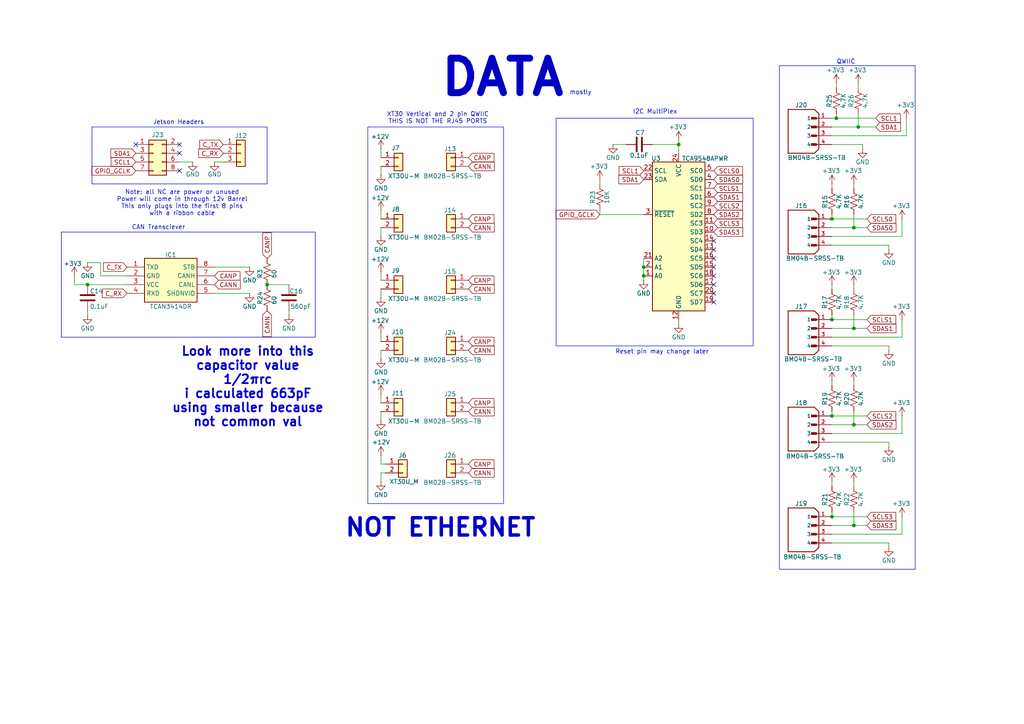
<source format=kicad_sch>
(kicad_sch (version 20231120) (generator "eeschema") (generator_version "8.0")
  (paper "A4")
  (title_block (title "Main Board 2024-2025") (rev "1.1") (company "GRR") (comment 1 "Currently WIP") (comment 2 "Please check CAN capacitor value"))
  (lib_symbols
    (symbol "Connector_Generic:Conn_01x02" (pin_names (offset 1.016) hide)
      (property "Reference" "J" (at 0 2.54 0))
      (property "Value" "Conn_01x02" (at 0 -5.08 0))
      (symbol "Conn_01x02_1_1"
        (rectangle (start -1.27 -2.413) (end 0 -2.667) (stroke (width 0.1524)))
        (rectangle (start -1.27 0.127) (end 0 -0.127) (stroke (width 0.1524)))
        (rectangle (start -1.27 1.27) (end 1.27 -3.81) (stroke (width 0.254)) (fill (type background)))
        (pin passive line (at -5.08 0 0) (length 3.81) (name "Pin_1") (number "1"))
        (pin passive line (at -5.08 -2.54 0) (length 3.81) (name "Pin_2") (number "2"))
      )
    )
    (symbol "Connector_Generic:Conn_01x03" (pin_names (offset 1.016) hide)
      (property "Reference" "J" (at 0 5.08 0))
      (property "Value" "Conn_01x03" (at 0 -5.08 0))
      (symbol "Conn_01x03_1_1"
        (rectangle (start -1.27 -2.413) (end 0 -2.667) (stroke (width 0.1524)))
        (rectangle (start -1.27 0.127) (end 0 -0.127) (stroke (width 0.1524)))
        (rectangle (start -1.27 2.667) (end 0 2.413) (stroke (width 0.1524)))
        (rectangle (start -1.27 3.81) (end 1.27 -3.81) (stroke (width 0.254)) (fill (type background)))
        (pin passive line (at -5.08 2.54 0) (length 3.81) (name "Pin_1") (number "1"))
        (pin passive line (at -5.08 0 0) (length 3.81) (name "Pin_2") (number "2"))
        (pin passive line (at -5.08 -2.54 0) (length 3.81) (name "Pin_3") (number "3"))
      )
    )
    (symbol "Connector_Generic:Conn_02x04_Odd_Even" (pin_names (offset 1.016) hide)
      (property "Reference" "J" (at 1.27 5.08 0))
      (property "Value" "Conn_02x04_Odd_Even" (at 1.27 -7.62 0))
      (symbol "Conn_02x04_Odd_Even_1_1"
        (rectangle (start -1.27 -4.953) (end 0 -5.207) (stroke (width 0.1524)))
        (rectangle (start -1.27 -2.413) (end 0 -2.667) (stroke (width 0.1524)))
        (rectangle (start -1.27 0.127) (end 0 -0.127) (stroke (width 0.1524)))
        (rectangle (start -1.27 2.667) (end 0 2.413) (stroke (width 0.1524)))
        (rectangle (start -1.27 3.81) (end 3.81 -6.35) (stroke (width 0.254)) (fill (type background)))
        (rectangle (start 3.81 -4.953) (end 2.54 -5.207) (stroke (width 0.1524)))
        (rectangle (start 3.81 -2.413) (end 2.54 -2.667) (stroke (width 0.1524)))
        (rectangle (start 3.81 0.127) (end 2.54 -0.127) (stroke (width 0.1524)))
        (rectangle (start 3.81 2.667) (end 2.54 2.413) (stroke (width 0.1524)))
        (pin passive line (at -5.08 2.54 0) (length 3.81) (name "Pin_1") (number "1"))
        (pin passive line (at 7.62 2.54 180) (length 3.81) (name "Pin_2") (number "2"))
        (pin passive line (at -5.08 0 0) (length 3.81) (name "Pin_3") (number "3"))
        (pin passive line (at 7.62 0 180) (length 3.81) (name "Pin_4") (number "4"))
        (pin passive line (at -5.08 -2.54 0) (length 3.81) (name "Pin_5") (number "5"))
        (pin passive line (at 7.62 -2.54 180) (length 3.81) (name "Pin_6") (number "6"))
        (pin passive line (at -5.08 -5.08 0) (length 3.81) (name "Pin_7") (number "7"))
        (pin passive line (at 7.62 -5.08 180) (length 3.81) (name "Pin_8") (number "8"))
      )
    )
    (symbol "Device:C" (pin_numbers hide) (pin_names (offset 0.254))
      (property "Reference" "C" (at 0.635 2.54 0))
      (property "Value" "C" (at 0.635 -2.54 0))
      (symbol "C_0_1"
        (polyline (pts (xy -2.032 -0.762) (xy 2.032 -0.762)) (stroke (width 0.508)))
        (polyline (pts (xy -2.032 0.762) (xy 2.032 0.762)) (stroke (width 0.508)))
      )
      (symbol "C_1_1"
        (pin passive line (at 0 3.81 270) (length 2.794) (name "~") (number "1"))
        (pin passive line (at 0 -3.81 90) (length 2.794) (name "~") (number "2"))
      )
    )
    (symbol "Device:R_US" (pin_numbers hide) (pin_names (offset 0))
      (property "Reference" "R" (at 2.54 0 90))
      (property "Value" "R_US" (at -2.54 0 90))
      (symbol "R_US_0_1"
        (polyline (pts (xy 0 -2.286) (xy 0 -2.54)))
        (polyline (pts (xy 0 2.286) (xy 0 2.54)))
        (polyline (pts (xy 0 -0.762) (xy 1.016 -1.143) (xy 0 -1.524) (xy -1.016 -1.905) (xy 0 -2.286)))
        (polyline (pts (xy 0 0.762) (xy 1.016 0.381) (xy 0 0) (xy -1.016 -0.381) (xy 0 -0.762)))
        (polyline (pts (xy 0 2.286) (xy 1.016 1.905) (xy 0 1.524) (xy -1.016 1.143) (xy 0 0.762)))
      )
      (symbol "R_US_1_1"
        (pin passive line (at 0 3.81 270) (length 1.27) (name "~") (number "1"))
        (pin passive line (at 0 -3.81 90) (length 1.27) (name "~") (number "2"))
      )
    )
    (symbol "Interface_Expansion:TCA9548APWR"
      (property "Reference" "U" (at -7.62 21.59 0))
      (property "Value" "TCA9548APWR" (at 1.016 21.59 0))
      (symbol "TCA9548APWR_0_1"
        (rectangle (start -7.62 20.32) (end 7.62 -22.86) (stroke (width 0.254)) (fill (type background)))
      )
      (symbol "TCA9548APWR_1_1"
        (pin input line (at -10.16 -12.7 0) (length 2.54) (name "A0") (number "1"))
        (pin bidirectional line (at 10.16 0 180) (length 2.54) (name "SD3") (number "10"))
        (pin output line (at 10.16 2.54 180) (length 2.54) (name "SC3") (number "11"))
        (pin power_in line (at 0 -25.4 90) (length 2.54) (name "GND") (number "12"))
        (pin bidirectional line (at 10.16 -5.08 180) (length 2.54) (name "SD4") (number "13"))
        (pin output line (at 10.16 -2.54 180) (length 2.54) (name "SC4") (number "14"))
        (pin bidirectional line (at 10.16 -10.16 180) (length 2.54) (name "SD5") (number "15"))
        (pin output line (at 10.16 -7.62 180) (length 2.54) (name "SC5") (number "16"))
        (pin bidirectional line (at 10.16 -15.24 180) (length 2.54) (name "SD6") (number "17"))
        (pin output line (at 10.16 -12.7 180) (length 2.54) (name "SC6") (number "18"))
        (pin bidirectional line (at 10.16 -20.32 180) (length 2.54) (name "SD7") (number "19"))
        (pin input line (at -10.16 -10.16 0) (length 2.54) (name "A1") (number "2"))
        (pin output line (at 10.16 -17.78 180) (length 2.54) (name "SC7") (number "20"))
        (pin input line (at -10.16 -7.62 0) (length 2.54) (name "A2") (number "21"))
        (pin input line (at -10.16 17.78 0) (length 2.54) (name "SCL") (number "22"))
        (pin bidirectional line (at -10.16 15.24 0) (length 2.54) (name "SDA") (number "23"))
        (pin power_in line (at 0 22.86 270) (length 2.54) (name "VCC") (number "24"))
        (pin input line (at -10.16 5.08 0) (length 2.54) (name "~{RESET}") (number "3"))
        (pin bidirectional line (at 10.16 15.24 180) (length 2.54) (name "SD0") (number "4"))
        (pin output line (at 10.16 17.78 180) (length 2.54) (name "SC0") (number "5"))
        (pin bidirectional line (at 10.16 10.16 180) (length 2.54) (name "SD1") (number "6"))
        (pin output line (at 10.16 12.7 180) (length 2.54) (name "SC1") (number "7"))
        (pin bidirectional line (at 10.16 5.08 180) (length 2.54) (name "SD2") (number "8"))
        (pin output line (at 10.16 7.62 180) (length 2.54) (name "SC2") (number "9"))
      )
    )
    (symbol "QWIIC:PRT-14417" (pin_names (offset 1.016))
      (property "Reference" "J" (at -2.54 8.382 0))
      (property "Value" "PRT-14417" (at -2.54 -7.62 0))
      (symbol "PRT-14417_0_0"
        (rectangle (start -3.175 -2.8575) (end -1.5875 -2.2225) (stroke (width 0.1)) (fill (type outline)))
        (rectangle (start -3.175 -0.3175) (end -1.5875 0.3175) (stroke (width 0.1)) (fill (type outline)))
        (rectangle (start -3.175 2.2225) (end -1.5875 2.8575) (stroke (width 0.1)) (fill (type outline)))
        (rectangle (start -3.175 4.7625) (end -1.5875 5.3975) (stroke (width 0.1)) (fill (type outline)))
        (polyline (pts (xy -3.81 -3.81) (xy -2.54 -5.08)) (stroke (width 0.254)))
        (polyline (pts (xy -3.81 6.35) (xy -3.81 -3.81)) (stroke (width 0.254)))
        (polyline (pts (xy -3.81 6.35) (xy -2.54 7.62)) (stroke (width 0.254)))
        (polyline (pts (xy -2.54 -5.08) (xy 5.08 -5.08)) (stroke (width 0.254)))
        (polyline (pts (xy 5.08 -5.08) (xy 5.08 7.62)) (stroke (width 0.254)))
        (polyline (pts (xy 5.08 7.62) (xy -2.54 7.62)) (stroke (width 0.254)))
        (pin passive line (at -7.62 5.08 0) (length 5.08) (name "1") (number "1"))
        (pin passive line (at -7.62 2.54 0) (length 5.08) (name "2") (number "2"))
        (pin passive line (at -7.62 0 0) (length 5.08) (name "3") (number "3"))
        (pin passive line (at -7.62 -2.54 0) (length 5.08) (name "4") (number "4"))
      )
    )
    (symbol "TCAN3414DR:TCAN3414DR"
      (property "Reference" "IC1" (at 12.7 6.35 0))
      (property "Value" "TCAN3414DR" (at 12.7 3.81 0))
      (symbol "TCAN3414DR_1_1"
        (rectangle (start 5.08 2.54) (end 20.32 -10.16) (stroke (width 0.254)) (fill (type background)))
        (pin passive line (at 0 0 0) (length 5.08) (name "TXD") (number "1"))
        (pin passive line (at 0 -2.54 0) (length 5.08) (name "GND") (number "2"))
        (pin passive line (at 0 -5.08 0) (length 5.08) (name "VCC") (number "3"))
        (pin passive line (at 0 -7.62 0) (length 5.08) (name "RXD") (number "4"))
        (pin passive line (at 25.4 -7.62 180) (length 5.08) (name "SHDNVIO") (number "5"))
        (pin passive line (at 25.4 -5.08 180) (length 5.08) (name "CANL") (number "6"))
        (pin passive line (at 25.4 -2.54 180) (length 5.08) (name "CANH") (number "7"))
        (pin passive line (at 25.4 0 180) (length 5.08) (name "STB") (number "8"))
      )
    )
    (symbol "power:+12V" (power) (pin_numbers hide) (pin_names (offset 0) hide)
      (property "Value" "+12V" (at 0 3.556 0))
      (symbol "+12V_0_1"
        (polyline (pts (xy -0.762 1.27) (xy 0 2.54)))
        (polyline (pts (xy 0 0) (xy 0 2.54)))
        (polyline (pts (xy 0 2.54) (xy 0.762 1.27)))
      )
      (symbol "+12V_1_1"
        (pin power_in line (at 0 0 90) (length 0) (name "~") (number "1"))
      )
    )
    (symbol "power:+3V3" (power) (pin_numbers hide) (pin_names (offset 0) hide)
      (property "Value" "+3V3" (at 0 3.556 0))
      (symbol "+3V3_0_1"
        (polyline (pts (xy -0.762 1.27) (xy 0 2.54)))
        (polyline (pts (xy 0 0) (xy 0 2.54)))
        (polyline (pts (xy 0 2.54) (xy 0.762 1.27)))
      )
      (symbol "+3V3_1_1"
        (pin power_in line (at 0 0 90) (length 0) (name "~") (number "1"))
      )
    )
    (symbol "power:GND" (power) (pin_numbers hide) (pin_names (offset 0) hide)
      (property "Value" "GND" (at 0 -3.81 0))
      (symbol "GND_0_1"
        (polyline (pts (xy 0 0) (xy 0 -1.27) (xy 1.27 -1.27) (xy 0 -2.54) (xy -1.27 -1.27) (xy 0 -1.27)))
      )
      (symbol "GND_1_1"
        (pin power_in line (at 0 0 270) (length 0) (name "~") (number "1"))
      )
    )
  )
  (junction (at 186.69 77.47))
  (junction (at 247.65 123.19))
  (junction (at 25.4 82.55))
  (junction (at 186.69 80.01))
  (junction (at 248.92 36.83))
  (junction (at 241.3 92.71))
  (junction (at 77.47 82.55))
  (junction (at 247.65 66.04))
  (junction (at 242.57 34.29))
  (junction (at 196.85 41.91))
  (junction (at 241.3 120.65))
  (junction (at 241.3 149.86))
  (junction (at 247.65 95.25))
  (junction (at 247.65 152.4))
  (junction (at 241.3 63.5))
  (no_connect (at 52.07 49.53))
  (no_connect (at 39.37 41.91))
  (no_connect (at 207.01 82.55))
  (no_connect (at 207.01 74.93))
  (no_connect (at 52.07 44.45))
  (no_connect (at 207.01 77.47))
  (no_connect (at 207.01 87.63))
  (no_connect (at 207.01 80.01))
  (no_connect (at 52.07 41.91))
  (no_connect (at 207.01 69.85))
  (no_connect (at 207.01 85.09))
  (no_connect (at 207.01 72.39))
  (wire (pts (xy 110.49 96.52) (xy 110.49 99.06)))
  (wire (pts (xy 242.57 33.02) (xy 242.57 34.29)))
  (wire (pts (xy 261.62 68.58) (xy 241.3 68.58)))
  (wire (pts (xy 247.65 139.7) (xy 247.65 140.97)))
  (wire (pts (xy 242.57 24.13) (xy 242.57 25.4)))
  (wire (pts (xy 186.69 77.47) (xy 186.69 80.01)))
  (wire (pts (xy 173.99 62.23) (xy 186.69 62.23)))
  (wire (pts (xy 110.49 60.96) (xy 110.49 63.5)))
  (wire (pts (xy 21.59 80.01) (xy 21.59 82.55)))
  (wire (pts (xy 241.3 148.59) (xy 241.3 149.86)))
  (wire (pts (xy 248.92 24.13) (xy 248.92 25.4)))
  (wire (pts (xy 257.81 72.39) (xy 257.81 71.12)))
  (wire (pts (xy 261.62 154.94) (xy 241.3 154.94)))
  (wire (pts (xy 262.89 34.29) (xy 262.89 39.37)))
  (wire (pts (xy 173.99 52.07) (xy 173.99 53.34)))
  (wire (pts (xy 62.23 46.99) (xy 64.77 46.99)))
  (wire (pts (xy 247.65 91.44) (xy 247.65 95.25)))
  (wire (pts (xy 241.3 53.34) (xy 241.3 54.61)))
  (wire (pts (xy 247.65 53.34) (xy 247.65 54.61)))
  (wire (pts (xy 241.3 119.38) (xy 241.3 120.65)))
  (wire (pts (xy 247.65 66.04) (xy 241.3 66.04)))
  (wire (pts (xy 261.62 125.73) (xy 241.3 125.73)))
  (wire (pts (xy 248.92 33.02) (xy 248.92 36.83)))
  (wire (pts (xy 110.49 114.3) (xy 110.49 116.84)))
  (wire (pts (xy 257.81 71.12) (xy 241.3 71.12)))
  (wire (pts (xy 251.46 152.4) (xy 247.65 152.4)))
  (wire (pts (xy 241.3 62.23) (xy 241.3 63.5)))
  (wire (pts (xy 55.88 46.99) (xy 52.07 46.99)))
  (wire (pts (xy 110.49 104.14) (xy 110.49 101.6)))
  (wire (pts (xy 25.4 82.55) (xy 36.83 82.55)))
  (wire (pts (xy 241.3 110.49) (xy 241.3 111.76)))
  (wire (pts (xy 247.65 148.59) (xy 247.65 152.4)))
  (wire (pts (xy 251.46 63.5) (xy 241.3 63.5)))
  (wire (pts (xy 257.81 129.54) (xy 257.81 128.27)))
  (wire (pts (xy 110.49 68.58) (xy 110.49 66.04)))
  (wire (pts (xy 242.57 34.29) (xy 241.3 34.29)))
  (wire (pts (xy 186.69 80.01) (xy 186.69 81.28)))
  (wire (pts (xy 241.3 39.37) (xy 262.89 39.37)))
  (wire (pts (xy 251.46 149.86) (xy 241.3 149.86)))
  (wire (pts (xy 110.49 132.08) (xy 110.49 134.62)))
  (wire (pts (xy 254 36.83) (xy 248.92 36.83)))
  (wire (pts (xy 251.46 120.65) (xy 241.3 120.65)))
  (wire (pts (xy 25.4 76.2) (xy 29.21 76.2)))
  (wire (pts (xy 250.19 41.91) (xy 241.3 41.91)))
  (wire (pts (xy 254 34.29) (xy 242.57 34.29)))
  (wire (pts (xy 261.62 149.86) (xy 261.62 154.94)))
  (wire (pts (xy 247.65 95.25) (xy 241.3 95.25)))
  (wire (pts (xy 257.81 100.33) (xy 241.3 100.33)))
  (wire (pts (xy 110.49 137.16) (xy 111.76 137.16)))
  (wire (pts (xy 251.46 95.25) (xy 247.65 95.25)))
  (wire (pts (xy 72.39 77.47) (xy 62.23 77.47)))
  (wire (pts (xy 247.65 62.23) (xy 247.65 66.04)))
  (wire (pts (xy 186.69 74.93) (xy 186.69 77.47)))
  (wire (pts (xy 257.81 157.48) (xy 241.3 157.48)))
  (wire (pts (xy 83.82 91.44) (xy 83.82 90.17)))
  (wire (pts (xy 241.3 82.55) (xy 241.3 83.82)))
  (wire (pts (xy 261.62 120.65) (xy 261.62 125.73)))
  (wire (pts (xy 72.39 85.09) (xy 62.23 85.09)))
  (wire (pts (xy 110.49 121.92) (xy 110.49 119.38)))
  (wire (pts (xy 261.62 92.71) (xy 261.62 97.79)))
  (wire (pts (xy 247.65 152.4) (xy 241.3 152.4)))
  (wire (pts (xy 247.65 110.49) (xy 247.65 111.76)))
  (wire (pts (xy 77.47 82.55) (xy 83.82 82.55)))
  (wire (pts (xy 110.49 50.8) (xy 110.49 48.26)))
  (wire (pts (xy 247.65 123.19) (xy 241.3 123.19)))
  (wire (pts (xy 257.81 128.27) (xy 241.3 128.27)))
  (wire (pts (xy 110.49 43.18) (xy 110.49 45.72)))
  (wire (pts (xy 241.3 139.7) (xy 241.3 140.97)))
  (wire (pts (xy 257.81 158.75) (xy 257.81 157.48)))
  (wire (pts (xy 257.81 101.6) (xy 257.81 100.33)))
  (wire (pts (xy 251.46 123.19) (xy 247.65 123.19)))
  (wire (pts (xy 110.49 86.36) (xy 110.49 83.82)))
  (wire (pts (xy 189.23 41.91) (xy 196.85 41.91)))
  (wire (pts (xy 261.62 63.5) (xy 261.62 68.58)))
  (wire (pts (xy 248.92 36.83) (xy 241.3 36.83)))
  (wire (pts (xy 21.59 82.55) (xy 25.4 82.55)))
  (wire (pts (xy 261.62 97.79) (xy 241.3 97.79)))
  (wire (pts (xy 196.85 93.98) (xy 196.85 92.71)))
  (wire (pts (xy 196.85 41.91) (xy 196.85 44.45)))
  (wire (pts (xy 110.49 78.74) (xy 110.49 81.28)))
  (wire (pts (xy 241.3 91.44) (xy 241.3 92.71)))
  (wire (pts (xy 110.49 139.7) (xy 110.49 137.16)))
  (wire (pts (xy 247.65 82.55) (xy 247.65 83.82)))
  (wire (pts (xy 177.8 41.91) (xy 181.61 41.91)))
  (wire (pts (xy 29.21 76.2) (xy 29.21 80.01)))
  (wire (pts (xy 251.46 66.04) (xy 247.65 66.04)))
  (wire (pts (xy 110.49 134.62) (xy 111.76 134.62)))
  (wire (pts (xy 250.19 43.18) (xy 250.19 41.91)))
  (wire (pts (xy 173.99 60.96) (xy 173.99 62.23)))
  (wire (pts (xy 251.46 92.71) (xy 241.3 92.71)))
  (wire (pts (xy 29.21 80.01) (xy 36.83 80.01)))
  (wire (pts (xy 247.65 119.38) (xy 247.65 123.19)))
  (wire (pts (xy 196.85 40.64) (xy 196.85 41.91)))
  (wire (pts (xy 25.4 91.44) (xy 25.4 90.17)))
  (rectangle (start 17.78 67.31) (end 91.44 97.79))
  (rectangle (start 226.06 19.05) (end 265.43 165.1))
  (rectangle (start 26.67 36.83) (end 77.47 53.34))
  (rectangle (start 106.68 36.83) (end 146.05 146.05))
  (rectangle (start 161.29 34.29) (end 218.44 100.33))
  (text "Look more into this\ncapacitor value\n1/2πrc\ni calculated 663pF\nusing smaller because\nnot common val" (at 71.882 112.268 0) (effects (font (size 2.54 2.54) (thickness 0.508) (bold yes))))
  (text "mostly" (at 168.402 26.924 0) (effects (font (size 1.27 1.27))))
  (text "Note: all NC are power or unused\nPower will come in through 12v Barrel\nThis only plugs into the first 8 pins\nwith a ribbon cable" (at 52.832 58.928 0) (effects (font (size 1.27 1.27))))
  (text "CAN Transciever" (at 45.974 66.04 0) (effects (font (size 1.27 1.27))))
  (text "Jetson Headers" (at 51.816 35.56 0) (effects (font (size 1.27 1.27))))
  (text "XT30 Vertical and 2 pin QWIIC\nTHIS IS NOT THE RJ45 PORTS" (at 127 34.29 0) (effects (font (size 1.27 1.27))))
  (text "DATA" (at 145.796 22.606 0) (effects (font (size 10 10) (thickness 2) (bold yes))))
  (text "I2C MultiPlex" (at 189.992 32.512 0) (effects (font (size 1.27 1.27))))
  (text "NOT ETHERNET" (at 127.762 153.162 0) (effects (font (size 5 5) (thickness 1) (bold yes))))
  (text "QWIIC" (at 245.364 18.034 0) (effects (font (size 1.27 1.27))))
  (text "Reset pin may change later" (at 192.024 102.108 0) (effects (font (size 1.27 1.27))))
  (global_label "CANP" (shape input) (at 135.89 81.28 0) (property "Intersheetrefs" "${INTERSHEET_REFS}" (effects (hide yes))))
  (global_label "SCLS3" (shape input) (at 251.46 149.86 0) (property "Intersheetrefs" "${INTERSHEET_REFS}" (effects (hide yes))))
  (global_label "SCL1" (shape input) (at 186.69 49.53 180) (property "Intersheetrefs" "${INTERSHEET_REFS}" (effects (hide yes))))
  (global_label "SCLS2" (shape input) (at 251.46 120.65 0) (property "Intersheetrefs" "${INTERSHEET_REFS}" (effects (hide yes))))
  (global_label "SCL1" (shape input) (at 254 34.29 0) (property "Intersheetrefs" "${INTERSHEET_REFS}" (effects (hide yes))))
  (global_label "CANP" (shape input) (at 62.23 80.01 0) (property "Intersheetrefs" "${INTERSHEET_REFS}" (effects (hide yes))))
  (global_label "SDAS2" (shape input) (at 207.01 62.23 0) (property "Intersheetrefs" "${INTERSHEET_REFS}" (effects (hide yes))))
  (global_label "CANP" (shape input) (at 135.89 45.72 0) (property "Intersheetrefs" "${INTERSHEET_REFS}" (effects (hide yes))))
  (global_label "CANP" (shape input) (at 135.89 116.84 0) (property "Intersheetrefs" "${INTERSHEET_REFS}" (effects (hide yes))))
  (global_label "C_TX" (shape input) (at 36.83 77.47 180) (property "Intersheetrefs" "${INTERSHEET_REFS}" (effects (hide yes))))
  (global_label "CANN" (shape input) (at 135.89 119.38 0) (property "Intersheetrefs" "${INTERSHEET_REFS}" (effects (hide yes))))
  (global_label "SCLS1" (shape input) (at 207.01 54.61 0) (property "Intersheetrefs" "${INTERSHEET_REFS}" (effects (hide yes))))
  (global_label "CANN" (shape input) (at 77.47 90.17 270) (property "Intersheetrefs" "${INTERSHEET_REFS}" (effects (hide yes))))
  (global_label "SCLS0" (shape input) (at 207.01 49.53 0) (property "Intersheetrefs" "${INTERSHEET_REFS}" (effects (hide yes))))
  (global_label "SCLS1" (shape input) (at 251.46 92.71 0) (property "Intersheetrefs" "${INTERSHEET_REFS}" (effects (hide yes))))
  (global_label "CANN" (shape input) (at 135.89 48.26 0) (property "Intersheetrefs" "${INTERSHEET_REFS}" (effects (hide yes))))
  (global_label "SCLS0" (shape input) (at 251.46 63.5 0) (property "Intersheetrefs" "${INTERSHEET_REFS}" (effects (hide yes))))
  (global_label "SDAS1" (shape input) (at 251.46 95.25 0) (property "Intersheetrefs" "${INTERSHEET_REFS}" (effects (hide yes))))
  (global_label "CANN" (shape input) (at 135.89 66.04 0) (property "Intersheetrefs" "${INTERSHEET_REFS}" (effects (hide yes))))
  (global_label "SDA1" (shape input) (at 39.37 44.45 180) (property "Intersheetrefs" "${INTERSHEET_REFS}" (effects (hide yes))))
  (global_label "CANN" (shape input) (at 62.23 82.55 0) (property "Intersheetrefs" "${INTERSHEET_REFS}" (effects (hide yes))))
  (global_label "CANP" (shape input) (at 135.89 99.06 0) (property "Intersheetrefs" "${INTERSHEET_REFS}" (effects (hide yes))))
  (global_label "CANN" (shape input) (at 135.89 101.6 0) (property "Intersheetrefs" "${INTERSHEET_REFS}" (effects (hide yes))))
  (global_label "SCLS3" (shape input) (at 207.01 64.77 0) (property "Intersheetrefs" "${INTERSHEET_REFS}" (effects (hide yes))))
  (global_label "GPIO_GCLK" (shape input) (at 173.99 62.23 180) (property "Intersheetrefs" "${INTERSHEET_REFS}" (effects (hide yes))))
  (global_label "SDAS0" (shape input) (at 207.01 52.07 0) (property "Intersheetrefs" "${INTERSHEET_REFS}" (effects (hide yes))))
  (global_label "C_RX" (shape input) (at 64.77 44.45 180) (property "Intersheetrefs" "${INTERSHEET_REFS}" (effects (hide yes))))
  (global_label "SDAS3" (shape input) (at 207.01 67.31 0) (property "Intersheetrefs" "${INTERSHEET_REFS}" (effects (hide yes))))
  (global_label "GPIO_GCLK" (shape input) (at 39.37 49.53 180) (property "Intersheetrefs" "${INTERSHEET_REFS}" (effects (hide yes))))
  (global_label "SDA1" (shape input) (at 186.69 52.07 180) (property "Intersheetrefs" "${INTERSHEET_REFS}" (effects (hide yes))))
  (global_label "C_TX" (shape input) (at 64.77 41.91 180) (property "Intersheetrefs" "${INTERSHEET_REFS}" (effects (hide yes))))
  (global_label "SDA1" (shape input) (at 254 36.83 0) (property "Intersheetrefs" "${INTERSHEET_REFS}" (effects (hide yes))))
  (global_label "C_RX" (shape input) (at 36.83 85.09 180) (property "Intersheetrefs" "${INTERSHEET_REFS}" (effects (hide yes))))
  (global_label "SDAS2" (shape input) (at 251.46 123.19 0) (property "Intersheetrefs" "${INTERSHEET_REFS}" (effects (hide yes))))
  (global_label "SDAS1" (shape input) (at 207.01 57.15 0) (property "Intersheetrefs" "${INTERSHEET_REFS}" (effects (hide yes))))
  (global_label "CANP" (shape input) (at 77.47 74.93 90) (property "Intersheetrefs" "${INTERSHEET_REFS}" (effects (hide yes))))
  (global_label "CANN" (shape input) (at 135.89 137.16 0) (property "Intersheetrefs" "${INTERSHEET_REFS}" (effects (hide yes))))
  (global_label "SDAS0" (shape input) (at 251.46 66.04 0) (property "Intersheetrefs" "${INTERSHEET_REFS}" (effects (hide yes))))
  (global_label "SCLS2" (shape input) (at 207.01 59.69 0) (property "Intersheetrefs" "${INTERSHEET_REFS}" (effects (hide yes))))
  (global_label "CANP" (shape input) (at 135.89 134.62 0) (property "Intersheetrefs" "${INTERSHEET_REFS}" (effects (hide yes))))
  (global_label "CANN" (shape input) (at 135.89 83.82 0) (property "Intersheetrefs" "${INTERSHEET_REFS}" (effects (hide yes))))
  (global_label "CANP" (shape input) (at 135.89 63.5 0) (property "Intersheetrefs" "${INTERSHEET_REFS}" (effects (hide yes))))
  (global_label "SDAS3" (shape input) (at 251.46 152.4 0) (property "Intersheetrefs" "${INTERSHEET_REFS}" (effects (hide yes))))
  (global_label "SCL1" (shape input) (at 39.37 46.99 180) (property "Intersheetrefs" "${INTERSHEET_REFS}" (effects (hide yes))))
  (symbol (lib_id "power:GND") (at 62.23 46.99 0) (unit 1)
    (property "Reference" "#PWR045" (effects (hide yes)))
    (property "Value" "GND" (at 62.23 50.546 0))
    (property "Description" "Power symbol creates a global label with name \"GND\" , ground" (effects (hide yes)))
  )
  (symbol (lib_id "Device:C") (at 83.82 86.36 0) (unit 1)
    (property "Reference" "C16" (at 83.947 84.4549 0) (effects (justify left)))
    (property "Value" "560pF" (at 84.201 88.8999 0) (effects (justify left)))
    (property "Footprint" "Capacitor_SMD:C_0805_2012Metric_Pad1.18x1.45mm_HandSolder" (effects (hide yes)))
    (property "Description" "Unpolarized capacitor" (effects (hide yes)))
  )
  (symbol (lib_id "power:+12V") (at 110.49 43.18 0) (unit 1)
    (property "Reference" "#PWR035" (effects (hide yes)))
    (property "Value" "+12V" (at 110.236 39.624 0))
    (property "Description" "Power symbol creates a global label with name \"+12V\"" (effects (hide yes)))
  )
  (symbol (lib_id "Connector_Generic:Conn_01x02") (at 130.81 81.28 0) (mirror y) (unit 1)
    (property "Reference" "J15" (at 132.334 78.7399 0) (effects (justify left)))
    (property "Value" "BM02B-SRSS-TB" (at 139.7 86.6139 0) (effects (justify left)))
    (property "Footprint" "Connector_JST:JST_SH_BM02B-SRSS-TB_1x02-1MP_P1.00mm_Vertical" (effects (hide yes)))
    (property "Description" "Generic connector, single row, 01x02, script generated (kicad-library-utils/schlib/autogen/connector/)" (effects (hide yes)))
  )
  (symbol (lib_id "Device:R_US") (at 248.92 29.21 0) (unit 1)
    (property "Reference" "R26" (at 246.888 31.2419 90) (effects (justify left)))
    (property "Value" "4.7K" (at 250.952 31.4959 90) (effects (justify left)))
    (property "Footprint" "Resistor_SMD:R_0805_2012Metric_Pad1.20x1.40mm_HandSolder" (effects (hide yes)))
    (property "Description" "Resistor, US symbol" (effects (hide yes)))
  )
  (symbol (lib_id "Device:R_US") (at 241.3 115.57 0) (unit 1)
    (property "Reference" "R19" (at 239.268 117.6019 90) (effects (justify left)))
    (property "Value" "4.7K" (at 243.332 117.8559 90) (effects (justify left)))
    (property "Footprint" "Resistor_SMD:R_0805_2012Metric_Pad1.20x1.40mm_HandSolder" (effects (hide yes)))
    (property "Description" "Resistor, US symbol" (effects (hide yes)))
  )
  (symbol (lib_id "power:GND") (at 25.4 76.2 0) (unit 1)
    (property "Reference" "#PWR054" (effects (hide yes)))
    (property "Value" "GND" (at 25.4 80.01 0))
    (property "Description" "Power symbol creates a global label with name \"GND\" , ground" (effects (hide yes)))
  )
  (symbol (lib_id "Connector_Generic:Conn_01x02") (at 130.81 134.62 0) (mirror y) (unit 1)
    (property "Reference" "J26" (at 132.334 132.0799 0) (effects (justify left)))
    (property "Value" "BM02B-SRSS-TB" (at 139.7 139.9539 0) (effects (justify left)))
    (property "Footprint" "Connector_JST:JST_SH_BM02B-SRSS-TB_1x02-1MP_P1.00mm_Vertical" (effects (hide yes)))
    (property "Description" "Generic connector, single row, 01x02, script generated (kicad-library-utils/schlib/autogen/connector/)" (effects (hide yes)))
  )
  (symbol (lib_id "Connector_Generic:Conn_02x04_Odd_Even") (at 44.45 44.45 0) (unit 1)
    (property "Reference" "J23" (at 45.72 39.116 0))
    (property "Value" "Conn_02x04_Odd_Even" (effects (hide yes)))
    (property "Footprint" "Connector_PinHeader_2.54mm:PinHeader_2x04_P2.54mm_Vertical" (effects (hide yes)))
    (property "Description" "Generic connector, double row, 02x04, odd/even pin numbering scheme (row 1 odd numbers, row 2 even numbers), script generated (kicad-library-utils/schlib/autogen/connector/)" (effects (hide yes)))
  )
  (symbol (lib_id "power:GND") (at 25.4 91.44 0) (unit 1)
    (property "Reference" "#PWR055" (effects (hide yes)))
    (property "Value" "GND" (at 25.4 95.25 0))
    (property "Description" "Power symbol creates a global label with name \"GND\" , ground" (effects (hide yes)))
  )
  (symbol (lib_id "Device:R_US") (at 247.65 115.57 0) (unit 1)
    (property "Reference" "R20" (at 245.618 117.6019 90) (effects (justify left)))
    (property "Value" "4.7K" (at 249.682 117.8559 90) (effects (justify left)))
    (property "Footprint" "Resistor_SMD:R_0805_2012Metric_Pad1.20x1.40mm_HandSolder" (effects (hide yes)))
    (property "Description" "Resistor, US symbol" (effects (hide yes)))
  )
  (symbol (lib_id "Connector_Generic:Conn_01x02") (at 115.57 81.28 0) (unit 1)
    (property "Reference" "J9" (at 113.538 78.4859 0) (effects (justify left)))
    (property "Value" "XT30U-M" (at 112.522 86.6139 0) (effects (justify left)))
    (property "Footprint" "Connector_AMASS:AMASS_XT30U-M_1x02_P5.0mm_Vertical" (effects (hide yes)))
    (property "Description" "Generic connector, single row, 01x02, script generated (kicad-library-utils/schlib/autogen/connector/)" (effects (hide yes)))
  )
  (symbol (lib_id "power:GND") (at 257.81 101.6 0) (unit 1)
    (property "Reference" "#PWR073" (effects (hide yes)))
    (property "Value" "GND" (at 257.81 105.41 0))
    (property "Description" "Power symbol creates a global label with name \"GND\" , ground" (effects (hide yes)))
  )
  (symbol (lib_id "Device:R_US") (at 247.65 58.42 0) (unit 1)
    (property "Reference" "R16" (at 245.618 60.4519 90) (effects (justify left)))
    (property "Value" "4.7K" (at 249.682 60.7059 90) (effects (justify left)))
    (property "Footprint" "Resistor_SMD:R_0805_2012Metric_Pad1.20x1.40mm_HandSolder" (effects (hide yes)))
    (property "Description" "Resistor, US symbol" (effects (hide yes)))
  )
  (symbol (lib_id "Connector_Generic:Conn_01x02") (at 115.57 116.84 0) (unit 1)
    (property "Reference" "J11" (at 113.538 114.0459 0) (effects (justify left)))
    (property "Value" "XT30U-M" (at 112.522 122.1739 0) (effects (justify left)))
    (property "Footprint" "Connector_AMASS:AMASS_XT30U-M_1x02_P5.0mm_Vertical" (effects (hide yes)))
    (property "Description" "Generic connector, single row, 01x02, script generated (kicad-library-utils/schlib/autogen/connector/)" (effects (hide yes)))
  )
  (symbol (lib_id "power:+12V") (at 110.49 132.08 0) (unit 1)
    (property "Reference" "#PWR033" (effects (hide yes)))
    (property "Value" "+12V" (at 110.49 128.27 0))
    (property "Description" "Power symbol creates a global label with name \"+12V\"" (effects (hide yes)))
  )
  (symbol (lib_id "power:+3V3") (at 247.65 139.7 0) (unit 1)
    (property "Reference" "#PWR080" (effects (hide yes)))
    (property "Value" "+3V3" (at 247.396 136.144 0))
    (property "Description" "Power symbol creates a global label with name \"+3V3\"" (effects (hide yes)))
  )
  (symbol (lib_id "power:GND") (at 55.88 46.99 0) (unit 1)
    (property "Reference" "#PWR093" (effects (hide yes)))
    (property "Value" "GND" (at 55.88 50.546 0))
    (property "Description" "Power symbol creates a global label with name \"GND\" , ground" (effects (hide yes)))
  )
  (symbol (lib_id "Device:C") (at 185.42 41.91 270) (unit 1)
    (property "Reference" "C7" (at 184.2771 38.481 90) (effects (justify left)))
    (property "Value" "0.1uF" (at 182.6261 45.085 90) (effects (justify left)))
    (property "Footprint" "Capacitor_SMD:C_0805_2012Metric_Pad1.18x1.45mm_HandSolder" (effects (hide yes)))
    (property "Description" "Unpolarized capacitor" (effects (hide yes)))
  )
  (symbol (lib_id "power:GND") (at 72.39 77.47 0) (unit 1)
    (property "Reference" "#PWR057" (effects (hide yes)))
    (property "Value" "GND" (at 72.39 81.28 0))
    (property "Description" "Power symbol creates a global label with name \"GND\" , ground" (effects (hide yes)))
  )
  (symbol (lib_id "power:+3V3") (at 261.62 120.65 0) (unit 1)
    (property "Reference" "#PWR078" (effects (hide yes)))
    (property "Value" "+3V3" (at 261.366 116.84 0))
    (property "Description" "Power symbol creates a global label with name \"+3V3\"" (effects (hide yes)))
  )
  (symbol (lib_id "Connector_Generic:Conn_01x02") (at 115.57 45.72 0) (unit 1)
    (property "Reference" "J7" (at 113.538 42.9259 0) (effects (justify left)))
    (property "Value" "XT30U-M" (at 112.522 51.0539 0) (effects (justify left)))
    (property "Footprint" "Connector_AMASS:AMASS_XT30U-M_1x02_P5.0mm_Vertical" (effects (hide yes)))
    (property "Description" "Generic connector, single row, 01x02, script generated (kicad-library-utils/schlib/autogen/connector/)" (effects (hide yes)))
  )
  (symbol (lib_id "QWIIC:PRT-14417") (at 233.68 154.94 0) (mirror y) (unit 1)
    (property "Reference" "J19" (at 234.188 146.0499 0) (effects (justify left)))
    (property "Value" "BM04B-SRSS-TB" (at 244.094 161.5439 0) (effects (justify left)))
    (property "Footprint" "Connector_JST:JST_SH_BM04B-SRSS-TB_1x04-1MP_P1.00mm_Vertical" (effects (hide yes)))
    (property "PARTREV" "NA" (effects (hide yes)))
    (property "STANDARD" "Manufacturer Recommendations" (effects (hide yes)))
    (property "MAXIMUM_PACKAGE_HEIGHT" "2.9 mm" (effects (hide yes)))
    (property "MANUFACTURER" "SparkFun Electronics" (effects (hide yes)))
  )
  (symbol (lib_id "power:+12V") (at 110.49 60.96 0) (unit 1)
    (property "Reference" "#PWR037" (effects (hide yes)))
    (property "Value" "+12V" (at 110.236 57.404 0))
    (property "Description" "Power symbol creates a global label with name \"+12V\"" (effects (hide yes)))
  )
  (symbol (lib_id "Device:R_US") (at 173.99 57.15 0) (unit 1)
    (property "Reference" "R23" (at 171.958 59.1819 90) (effects (justify left)))
    (property "Value" "10K" (at 176.022 59.1819 90) (effects (justify left)))
    (property "Footprint" "Resistor_SMD:R_0805_2012Metric_Pad1.20x1.40mm_HandSolder" (effects (hide yes)))
    (property "Description" "Resistor, US symbol" (effects (hide yes)))
  )
  (symbol (lib_id "Device:R_US") (at 247.65 144.78 0) (unit 1)
    (property "Reference" "R22" (at 245.618 146.8119 90) (effects (justify left)))
    (property "Value" "4.7K" (at 249.682 147.0659 90) (effects (justify left)))
    (property "Footprint" "Resistor_SMD:R_0805_2012Metric_Pad1.20x1.40mm_HandSolder" (effects (hide yes)))
    (property "Description" "Resistor, US symbol" (effects (hide yes)))
  )
  (symbol (lib_id "Device:R_US") (at 77.47 78.74 0) (unit 1)
    (property "Reference" "R3" (at 75.438 80.7719 90) (effects (justify left)))
    (property "Value" "60" (at 79.502 80.7719 90) (effects (justify left)))
    (property "Footprint" "Resistor_SMD:R_0805_2012Metric_Pad1.20x1.40mm_HandSolder" (effects (hide yes)))
    (property "Description" "Resistor, US symbol" (effects (hide yes)))
  )
  (symbol (lib_id "power:+12V") (at 110.49 114.3 0) (unit 1)
    (property "Reference" "#PWR041" (effects (hide yes)))
    (property "Value" "+12V" (at 110.236 110.744 0))
    (property "Description" "Power symbol creates a global label with name \"+12V\"" (effects (hide yes)))
  )
  (symbol (lib_id "power:GND") (at 186.69 81.28 0) (unit 1)
    (property "Reference" "#PWR067" (effects (hide yes)))
    (property "Value" "GND" (at 186.69 85.09 0))
    (property "Description" "Power symbol creates a global label with name \"GND\" , ground" (effects (hide yes)))
  )
  (symbol (lib_id "Device:R_US") (at 241.3 144.78 0) (unit 1)
    (property "Reference" "R21" (at 239.268 146.8119 90) (effects (justify left)))
    (property "Value" "4.7K" (at 243.332 147.0659 90) (effects (justify left)))
    (property "Footprint" "Resistor_SMD:R_0805_2012Metric_Pad1.20x1.40mm_HandSolder" (effects (hide yes)))
    (property "Description" "Resistor, US symbol" (effects (hide yes)))
  )
  (symbol (lib_id "power:+3V3") (at 248.92 24.13 0) (unit 1)
    (property "Reference" "#PWR048" (effects (hide yes)))
    (property "Value" "+3V3" (at 248.666 20.32 0))
    (property "Description" "Power symbol creates a global label with name \"+3V3\"" (effects (hide yes)))
  )
  (symbol (lib_id "power:+3V3") (at 241.3 53.34 0) (unit 1)
    (property "Reference" "#PWR069" (effects (hide yes)))
    (property "Value" "+3V3" (at 241.046 49.53 0))
    (property "Description" "Power symbol creates a global label with name \"+3V3\"" (effects (hide yes)))
  )
  (symbol (lib_id "power:GND") (at 110.49 86.36 0) (unit 1)
    (property "Reference" "#PWR040" (effects (hide yes)))
    (property "Value" "GND" (at 110.49 90.17 0))
    (property "Description" "Power symbol creates a global label with name \"GND\" , ground" (effects (hide yes)))
  )
  (symbol (lib_id "power:+3V3") (at 196.85 40.64 0) (unit 1)
    (property "Reference" "#PWR068" (effects (hide yes)))
    (property "Value" "+3V3" (at 196.596 36.83 0))
    (property "Description" "Power symbol creates a global label with name \"+3V3\"" (effects (hide yes)))
  )
  (symbol (lib_id "power:+3V3") (at 262.89 34.29 0) (unit 1)
    (property "Reference" "#PWR086" (effects (hide yes)))
    (property "Value" "+3V3" (at 262.636 30.48 0))
    (property "Description" "Power symbol creates a global label with name \"+3V3\"" (effects (hide yes)))
  )
  (symbol (lib_id "power:GND") (at 110.49 139.7 0) (unit 1)
    (property "Reference" "#PWR034" (effects (hide yes)))
    (property "Value" "GND" (at 110.49 143.51 0))
    (property "Description" "Power symbol creates a global label with name \"GND\" , ground" (effects (hide yes)))
  )
  (symbol (lib_id "power:+3V3") (at 247.65 82.55 0) (unit 1)
    (property "Reference" "#PWR072" (effects (hide yes)))
    (property "Value" "+3V3" (at 247.396 78.994 0))
    (property "Description" "Power symbol creates a global label with name \"+3V3\"" (effects (hide yes)))
  )
  (symbol (lib_id "Connector_Generic:Conn_01x02") (at 130.81 63.5 0) (mirror y) (unit 1)
    (property "Reference" "J14" (at 132.334 60.9599 0) (effects (justify left)))
    (property "Value" "BM02B-SRSS-TB" (at 139.7 68.8339 0) (effects (justify left)))
    (property "Footprint" "Connector_JST:JST_SH_BM02B-SRSS-TB_1x02-1MP_P1.00mm_Vertical" (effects (hide yes)))
    (property "Description" "Generic connector, single row, 01x02, script generated (kicad-library-utils/schlib/autogen/connector/)" (effects (hide yes)))
  )
  (symbol (lib_id "Connector_Generic:Conn_01x02") (at 115.57 63.5 0) (unit 1)
    (property "Reference" "J8" (at 113.538 60.7059 0) (effects (justify left)))
    (property "Value" "XT30U-M" (at 112.522 68.8339 0) (effects (justify left)))
    (property "Footprint" "Connector_AMASS:AMASS_XT30U-M_1x02_P5.0mm_Vertical" (effects (hide yes)))
    (property "Description" "Generic connector, single row, 01x02, script generated (kicad-library-utils/schlib/autogen/connector/)" (effects (hide yes)))
  )
  (symbol (lib_id "power:GND") (at 196.85 93.98 0) (unit 1)
    (property "Reference" "#PWR066" (effects (hide yes)))
    (property "Value" "GND" (at 196.85 97.79 0))
    (property "Description" "Power symbol creates a global label with name \"GND\" , ground" (effects (hide yes)))
  )
  (symbol (lib_id "Interface_Expansion:TCA9548APWR") (at 196.85 67.31 0) (unit 1)
    (property "Reference" "U3" (at 188.8841 45.974 0) (effects (justify left)))
    (property "Value" "TCA9548APWR" (at 197.7741 45.974 0) (effects (justify left)))
    (property "Footprint" "Package_SO:TSSOP-24_4.4x7.8mm_P0.65mm" (effects (hide yes)))
    (property "Datasheet" "http://www.ti.com/lit/ds/symlink/tca9548a.pdf" (effects (hide yes)))
    (property "Description" "Low voltage 8-channel I2C switch with reset, TSSOP-24" (effects (hide yes)))
  )
  (symbol (lib_id "Connector_Generic:Conn_01x02") (at 115.57 99.06 0) (unit 1)
    (property "Reference" "J10" (at 113.538 96.2659 0) (effects (justify left)))
    (property "Value" "XT30U-M" (at 112.522 104.3939 0) (effects (justify left)))
    (property "Footprint" "Connector_AMASS:AMASS_XT30U-M_1x02_P5.0mm_Vertical" (effects (hide yes)))
    (property "Description" "Generic connector, single row, 01x02, script generated (kicad-library-utils/schlib/autogen/connector/)" (effects (hide yes)))
  )
  (symbol (lib_id "power:GND") (at 110.49 50.8 0) (unit 1)
    (property "Reference" "#PWR036" (effects (hide yes)))
    (property "Value" "GND" (at 110.49 54.61 0))
    (property "Description" "Power symbol creates a global label with name \"GND\" , ground" (effects (hide yes)))
  )
  (symbol (lib_id "QWIIC:PRT-14417") (at 233.68 39.37 0) (mirror y) (unit 1)
    (property "Reference" "J20" (at 234.188 30.4799 0) (effects (justify left)))
    (property "Value" "BM04B-SRSS-TB" (at 245.364 45.7199 0) (effects (justify left)))
    (property "Footprint" "Connector_JST:JST_SH_BM04B-SRSS-TB_1x04-1MP_P1.00mm_Vertical" (effects (hide yes)))
    (property "PARTREV" "NA" (effects (hide yes)))
    (property "STANDARD" "Manufacturer Recommendations" (effects (hide yes)))
    (property "MAXIMUM_PACKAGE_HEIGHT" "2.9 mm" (effects (hide yes)))
    (property "MANUFACTURER" "SparkFun Electronics" (effects (hide yes)))
  )
  (symbol (lib_id "power:+3V3") (at 241.3 82.55 0) (unit 1)
    (property "Reference" "#PWR071" (effects (hide yes)))
    (property "Value" "+3V3" (at 241.046 78.994 0))
    (property "Description" "Power symbol creates a global label with name \"+3V3\"" (effects (hide yes)))
  )
  (symbol (lib_id "Connector_Generic:Conn_01x02") (at 130.81 116.84 0) (mirror y) (unit 1)
    (property "Reference" "J25" (at 132.334 114.2999 0) (effects (justify left)))
    (property "Value" "BM02B-SRSS-TB" (at 139.7 122.1739 0) (effects (justify left)))
    (property "Footprint" "Connector_JST:JST_SH_BM02B-SRSS-TB_1x02-1MP_P1.00mm_Vertical" (effects (hide yes)))
    (property "Description" "Generic connector, single row, 01x02, script generated (kicad-library-utils/schlib/autogen/connector/)" (effects (hide yes)))
  )
  (symbol (lib_id "power:+3V3") (at 247.65 53.34 0) (unit 1)
    (property "Reference" "#PWR070" (effects (hide yes)))
    (property "Value" "+3V3" (at 247.396 49.53 0))
    (property "Description" "Power symbol creates a global label with name \"+3V3\"" (effects (hide yes)))
  )
  (symbol (lib_id "Device:R_US") (at 241.3 58.42 0) (unit 1)
    (property "Reference" "R15" (at 239.268 60.4519 90) (effects (justify left)))
    (property "Value" "4.7K" (at 243.332 60.7059 90) (effects (justify left)))
    (property "Footprint" "Resistor_SMD:R_0805_2012Metric_Pad1.20x1.40mm_HandSolder" (effects (hide yes)))
    (property "Description" "Resistor, US symbol" (effects (hide yes)))
  )
  (symbol (lib_id "power:+3V3") (at 261.62 92.71 0) (unit 1)
    (property "Reference" "#PWR074" (effects (hide yes)))
    (property "Value" "+3V3" (at 261.366 88.9 0))
    (property "Description" "Power symbol creates a global label with name \"+3V3\"" (effects (hide yes)))
  )
  (symbol (lib_id "power:+12V") (at 110.49 96.52 0) (unit 1)
    (property "Reference" "#PWR031" (effects (hide yes)))
    (property "Value" "+12V" (at 110.236 92.964 0))
    (property "Description" "Power symbol creates a global label with name \"+12V\"" (effects (hide yes)))
  )
  (symbol (lib_id "power:+3V3") (at 173.99 52.07 0) (unit 1)
    (property "Reference" "#PWR083" (effects (hide yes)))
    (property "Value" "+3V3" (at 173.736 48.26 0))
    (property "Description" "Power symbol creates a global label with name \"+3V3\"" (effects (hide yes)))
  )
  (symbol (lib_id "Device:R_US") (at 77.47 86.36 0) (unit 1)
    (property "Reference" "R24" (at 75.438 88.3919 90) (effects (justify left)))
    (property "Value" "60" (at 79.502 88.3919 90) (effects (justify left)))
    (property "Footprint" "Resistor_SMD:R_0805_2012Metric_Pad1.20x1.40mm_HandSolder" (effects (hide yes)))
    (property "Description" "Resistor, US symbol" (effects (hide yes)))
  )
  (symbol (lib_id "QWIIC:PRT-14417") (at 233.68 125.73 0) (mirror y) (unit 1)
    (property "Reference" "J18" (at 234.188 116.8399 0) (effects (justify left)))
    (property "Value" "BM04B-SRSS-TB" (at 244.856 132.3339 0) (effects (justify left)))
    (property "Footprint" "Connector_JST:JST_SH_BM04B-SRSS-TB_1x04-1MP_P1.00mm_Vertical" (effects (hide yes)))
    (property "PARTREV" "NA" (effects (hide yes)))
    (property "STANDARD" "Manufacturer Recommendations" (effects (hide yes)))
    (property "MAXIMUM_PACKAGE_HEIGHT" "2.9 mm" (effects (hide yes)))
    (property "MANUFACTURER" "SparkFun Electronics" (effects (hide yes)))
  )
  (symbol (lib_id "power:GND") (at 72.39 85.09 0) (unit 1)
    (property "Reference" "#PWR056" (effects (hide yes)))
    (property "Value" "GND" (at 72.39 88.9 0))
    (property "Description" "Power symbol creates a global label with name \"GND\" , ground" (effects (hide yes)))
  )
  (symbol (lib_id "power:+3V3") (at 241.3 139.7 0) (unit 1)
    (property "Reference" "#PWR079" (effects (hide yes)))
    (property "Value" "+3V3" (at 241.046 136.144 0))
    (property "Description" "Power symbol creates a global label with name \"+3V3\"" (effects (hide yes)))
  )
  (symbol (lib_id "power:GND") (at 110.49 68.58 0) (unit 1)
    (property "Reference" "#PWR038" (effects (hide yes)))
    (property "Value" "GND" (at 110.49 72.39 0))
    (property "Description" "Power symbol creates a global label with name \"GND\" , ground" (effects (hide yes)))
  )
  (symbol (lib_id "Device:R_US") (at 241.3 87.63 0) (unit 1)
    (property "Reference" "R17" (at 239.268 89.6619 90) (effects (justify left)))
    (property "Value" "4.7K" (at 243.332 89.9159 90) (effects (justify left)))
    (property "Footprint" "Resistor_SMD:R_0805_2012Metric_Pad1.20x1.40mm_HandSolder" (effects (hide yes)))
    (property "Description" "Resistor, US symbol" (effects (hide yes)))
  )
  (symbol (lib_id "power:GND") (at 250.19 43.18 0) (unit 1)
    (property "Reference" "#PWR085" (effects (hide yes)))
    (property "Value" "GND" (at 250.19 46.99 0))
    (property "Description" "Power symbol creates a global label with name \"GND\" , ground" (effects (hide yes)))
  )
  (symbol (lib_id "power:GND") (at 257.81 129.54 0) (unit 1)
    (property "Reference" "#PWR077" (effects (hide yes)))
    (property "Value" "GND" (at 257.81 133.35 0))
    (property "Description" "Power symbol creates a global label with name \"GND\" , ground" (effects (hide yes)))
  )
  (symbol (lib_id "power:GND") (at 257.81 158.75 0) (unit 1)
    (property "Reference" "#PWR081" (effects (hide yes)))
    (property "Value" "GND" (at 257.81 162.56 0))
    (property "Description" "Power symbol creates a global label with name \"GND\" , ground" (effects (hide yes)))
  )
  (symbol (lib_id "Connector_Generic:Conn_01x02") (at 130.81 99.06 0) (mirror y) (unit 1)
    (property "Reference" "J24" (at 132.334 96.5199 0) (effects (justify left)))
    (property "Value" "BM02B-SRSS-TB" (at 139.7 104.3939 0) (effects (justify left)))
    (property "Footprint" "Connector_JST:JST_SH_BM02B-SRSS-TB_1x02-1MP_P1.00mm_Vertical" (effects (hide yes)))
    (property "Description" "Generic connector, single row, 01x02, script generated (kicad-library-utils/schlib/autogen/connector/)" (effects (hide yes)))
  )
  (symbol (lib_id "power:GND") (at 110.49 121.92 0) (unit 1)
    (property "Reference" "#PWR042" (effects (hide yes)))
    (property "Value" "GND" (at 110.49 125.73 0))
    (property "Description" "Power symbol creates a global label with name \"GND\" , ground" (effects (hide yes)))
  )
  (symbol (lib_id "power:+3V3") (at 241.3 110.49 0) (unit 1)
    (property "Reference" "#PWR075" (effects (hide yes)))
    (property "Value" "+3V3" (at 241.046 106.934 0))
    (property "Description" "Power symbol creates a global label with name \"+3V3\"" (effects (hide yes)))
  )
  (symbol (lib_id "power:+3V3") (at 261.62 63.5 0) (unit 1)
    (property "Reference" "#PWR064" (effects (hide yes)))
    (property "Value" "+3V3" (at 261.366 59.69 0))
    (property "Description" "Power symbol creates a global label with name \"+3V3\"" (effects (hide yes)))
  )
  (symbol (lib_id "power:+3V3") (at 21.59 80.01 0) (unit 1)
    (property "Reference" "#PWR053" (effects (hide yes)))
    (property "Value" "+3V3" (at 21.082 76.454 0))
    (property "Description" "Power symbol creates a global label with name \"+3V3\"" (effects (hide yes)))
  )
  (symbol (lib_id "power:GND") (at 83.82 91.44 0) (unit 1)
    (property "Reference" "#PWR046" (effects (hide yes)))
    (property "Value" "GND" (at 83.82 95.25 0))
    (property "Description" "Power symbol creates a global label with name \"GND\" , ground" (effects (hide yes)))
  )
  (symbol (lib_id "QWIIC:PRT-14417") (at 233.68 68.58 0) (mirror y) (unit 1)
    (property "Reference" "J16" (at 234.188 59.6899 0) (effects (justify left)))
    (property "Value" "BM04B-SRSS-TB" (at 244.856 74.9299 0) (effects (justify left)))
    (property "Footprint" "Connector_JST:JST_SH_BM04B-SRSS-TB_1x04-1MP_P1.00mm_Vertical" (effects (hide yes)))
    (property "PARTREV" "NA" (effects (hide yes)))
    (property "STANDARD" "Manufacturer Recommendations" (effects (hide yes)))
    (property "MAXIMUM_PACKAGE_HEIGHT" "2.9 mm" (effects (hide yes)))
    (property "MANUFACTURER" "SparkFun Electronics" (effects (hide yes)))
  )
  (symbol (lib_id "power:+3V3") (at 247.65 110.49 0) (unit 1)
    (property "Reference" "#PWR076" (effects (hide yes)))
    (property "Value" "+3V3" (at 247.396 106.934 0))
    (property "Description" "Power symbol creates a global label with name \"+3V3\"" (effects (hide yes)))
  )
  (symbol (lib_id "power:GND") (at 257.81 72.39 0) (unit 1)
    (property "Reference" "#PWR065" (effects (hide yes)))
    (property "Value" "GND" (at 257.81 76.2 0))
    (property "Description" "Power symbol creates a global label with name \"GND\" , ground" (effects (hide yes)))
  )
  (symbol (lib_id "Connector_Generic:Conn_01x02") (at 130.81 45.72 0) (mirror y) (unit 1)
    (property "Reference" "J13" (at 132.334 43.1799 0) (effects (justify left)))
    (property "Value" "BM02B-SRSS-TB" (at 139.7 51.0539 0) (effects (justify left)))
    (property "Footprint" "Connector_JST:JST_SH_BM02B-SRSS-TB_1x02-1MP_P1.00mm_Vertical" (effects (hide yes)))
    (property "Description" "Generic connector, single row, 01x02, script generated (kicad-library-utils/schlib/autogen/connector/)" (effects (hide yes)))
  )
  (symbol (lib_id "TCAN3414DR:TCAN3414DR") (at 36.83 77.47 0) (unit 1)
    (property "Reference" "IC1" (at 49.53 73.914 0))
    (property "Value" "TCAN3414DR" (at 49.53 88.9 0))
    (property "Footprint" "Package_SO:SOIC-8_3.9x4.9mm_P1.27mm" (effects (hide yes)))
    (property "Datasheet" "https://www.ti.com/lit/ds/symlink/tcan3414.pdf?ts=1713723144569&ref_url=https%253A%252F%252Fwww.mouser.ch%252F" (effects (hide yes)))
    (property "Description" "3.3-V CAN FD transceiver with shut-down and standby mode" (effects (hide yes)))
    (property "Height" "1.75" (effects (hide yes)))
    (property "Mouser Part Number" "595-TCAN3414DR" (effects (hide yes)))
    (property "Mouser Price/Stock" "https://www.mouser.co.uk/ProductDetail/Texas-Instruments/TCAN3414DR?qs=mELouGlnn3egF2AojRJddw%3D%3D" (effects (hide yes)))
    (property "Manufacturer_Name" "Texas Instruments" (effects (hide yes)))
    (property "Manufacturer_Part_Number" "TCAN3414DR" (effects (hide yes)))
  )
  (symbol (lib_id "Device:C") (at 25.4 86.36 0) (unit 1)
    (property "Reference" "C14" (at 26.035 84.4549 0) (effects (justify left)))
    (property "Value" "0.1uF" (at 26.035 88.8999 0) (effects (justify left)))
    (property "Footprint" "Capacitor_SMD:C_0805_2012Metric_Pad1.18x1.45mm_HandSolder" (effects (hide yes)))
    (property "Description" "Unpolarized capacitor" (effects (hide yes)))
  )
  (symbol (lib_id "power:+3V3") (at 261.62 149.86 0) (unit 1)
    (property "Reference" "#PWR082" (effects (hide yes)))
    (property "Value" "+3V3" (at 261.366 146.05 0))
    (property "Description" "Power symbol creates a global label with name \"+3V3\"" (effects (hide yes)))
  )
  (symbol (lib_id "Connector_Generic:Conn_01x03") (at 69.85 44.45 0) (unit 1)
    (property "Reference" "J12" (at 68.072 39.3699 0) (effects (justify left)))
    (property "Value" "Conn_01x03" (effects (hide yes)))
    (property "Footprint" "Connector_PinHeader_2.54mm:PinHeader_1x03_P2.54mm_Vertical" (effects (hide yes)))
    (property "Description" "Generic connector, single row, 01x03, script generated (kicad-library-utils/schlib/autogen/connector/)" (effects (hide yes)))
  )
  (symbol (lib_id "QWIIC:PRT-14417") (at 233.68 97.79 0) (mirror y) (unit 1)
    (property "Reference" "J17" (at 234.188 88.8999 0) (effects (justify left)))
    (property "Value" "BM04B-SRSS-TB" (at 244.348 104.1399 0) (effects (justify left)))
    (property "Footprint" "Connector_JST:JST_SH_BM04B-SRSS-TB_1x04-1MP_P1.00mm_Vertical" (effects (hide yes)))
    (property "PARTREV" "NA" (effects (hide yes)))
    (property "STANDARD" "Manufacturer Recommendations" (effects (hide yes)))
    (property "MAXIMUM_PACKAGE_HEIGHT" "2.9 mm" (effects (hide yes)))
    (property "MANUFACTURER" "SparkFun Electronics" (effects (hide yes)))
  )
  (symbol (lib_id "power:GND") (at 177.8 41.91 0) (unit 1)
    (property "Reference" "#PWR089" (effects (hide yes)))
    (property "Value" "GND" (at 177.8 45.72 0))
    (property "Description" "Power symbol creates a global label with name \"GND\" , ground" (effects (hide yes)))
  )
  (symbol (lib_id "Device:R_US") (at 247.65 87.63 0) (unit 1)
    (property "Reference" "R18" (at 245.618 89.6619 90) (effects (justify left)))
    (property "Value" "4.7K" (at 249.682 89.9159 90) (effects (justify left)))
    (property "Footprint" "Resistor_SMD:R_0805_2012Metric_Pad1.20x1.40mm_HandSolder" (effects (hide yes)))
    (property "Description" "Resistor, US symbol" (effects (hide yes)))
  )
  (symbol (lib_id "power:+12V") (at 110.49 78.74 0) (unit 1)
    (property "Reference" "#PWR039" (effects (hide yes)))
    (property "Value" "+12V" (at 110.236 75.184 0))
    (property "Description" "Power symbol creates a global label with name \"+12V\"" (effects (hide yes)))
  )
  (symbol (lib_id "power:GND") (at 110.49 104.14 0) (unit 1)
    (property "Reference" "#PWR032" (effects (hide yes)))
    (property "Value" "GND" (at 110.49 107.95 0))
    (property "Description" "Power symbol creates a global label with name \"GND\" , ground" (effects (hide yes)))
  )
  (symbol (lib_id "Device:R_US") (at 242.57 29.21 0) (unit 1)
    (property "Reference" "R25" (at 240.538 31.2419 90) (effects (justify left)))
    (property "Value" "4.7K" (at 244.602 31.4959 90) (effects (justify left)))
    (property "Footprint" "Resistor_SMD:R_0805_2012Metric_Pad1.20x1.40mm_HandSolder" (effects (hide yes)))
    (property "Description" "Resistor, US symbol" (effects (hide yes)))
  )
  (symbol (lib_id "Connector_Generic:Conn_01x02") (at 116.84 134.62 0) (unit 1)
    (property "Reference" "J6" (at 115.57 132.0799 0) (effects (justify left)))
    (property "Value" "XT30U_M" (at 112.903 139.6999 0) (effects (justify left)))
    (property "Footprint" "Connector_AMASS:AMASS_XT30U-M_1x02_P5.0mm_Vertical" (effects (hide yes)))
    (property "Description" "Generic connector, single row, 01x02, script generated (kicad-library-utils/schlib/autogen/connector/)" (effects (hide yes)))
  )
  (symbol (lib_id "power:+3V3") (at 242.57 24.13 0) (unit 1)
    (property "Reference" "#PWR047" (effects (hide yes)))
    (property "Value" "+3V3" (at 242.316 20.32 0))
    (property "Description" "Power symbol creates a global label with name \"+3V3\"" (effects (hide yes)))
  )
)
</source>
